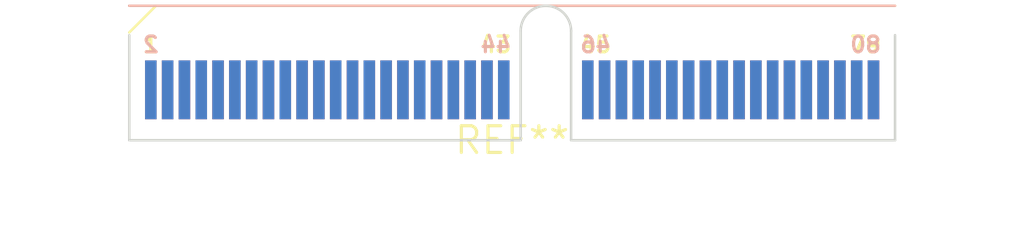
<source format=kicad_pcb>
(kicad_pcb (version 20240108) (generator pcbnew)
  (layers (0 "F.Cu" signal) (31 "B.Cu" signal) (34 "B.Paste" user) (35 "F.Paste" user) (36 "B.SilkS" user "B.Silkscreen") (37 "F.SilkS" user "F.Silkscreen") (38 "B.Mask" user) (39 "F.Mask" user) (44 "Edge.Cuts" user))
  (net 0 "")
  (footprint "Samtec_HSEC8-140-X-X-DV_2x40_P0.8mm_Edge" (layer "F.Cu") (at 0 0)
    (property "Reference" "REF**")
    (property "Value" "Samtec_HSEC8-140-X-X-DV_2x40_P0.8mm_Edge")
    (fp_line (start -18.225 -6.4) (end -18.225 -6.4) (layer "B.SilkS") (stroke (width 0.12)))
    (fp_line (start -18.225 -6.4) (end 18.225 -6.4) (layer "B.SilkS") (stroke (width 0.12)))
    (fp_line (start -18.225 -5.13) (end -16.955 -6.4) (layer "F.SilkS") (stroke (width 0.12)))
    (fp_line (start -16.955 -6.4) (end 18.225 -6.4) (layer "F.SilkS") (stroke (width 0.12)))
    (fp_line (start -18.225 -5) (end -18.225 0) (layer "Edge.Cuts") (stroke (width 0.12)))
    (fp_line (start -18.225 0) (end 0.405 0) (layer "Edge.Cuts") (stroke (width 0.12)))
    (fp_line (start 0.405 0) (end 0.405 -5.2) (layer "Edge.Cuts") (stroke (width 0.12)))
    (fp_line (start 2.805 -5.2) (end 2.805 0) (layer "Edge.Cuts") (stroke (width 0.12)))
    (fp_line (start 2.805 0) (end 18.225 0) (layer "Edge.Cuts") (stroke (width 0.12)))
    (fp_line (start 18.225 0) (end 18.225 -5) (layer "Edge.Cuts") (stroke (width 0.12)))
    (fp_arc (start 0.405 -5.2) (mid 1.605 -6.4) (end 2.805 -5.2) (layer "Edge.Cuts") (stroke (width 0.12)))
    (fp_text user "80" (at 16.825 -4.55 0) (layer "B.SilkS") (effects (font (size 0.75 0.75)) (justify mirror)))
    (fp_text user "2" (at -17.2 -4.55 0) (layer "B.SilkS") (effects (font (size 0.75 0.75)) (justify mirror)))
    (fp_text user "46" (at 3.975 -4.55 0) (layer "B.SilkS") (effects (font (size 0.75 0.75)) (justify mirror)))
    (fp_text user "44" (at -0.775 -4.55 0) (layer "B.SilkS") (effects (font (size 0.75 0.75)) (justify mirror)))
    (fp_text user "79" (at 16.825 -4.55 0) (layer "F.SilkS") (effects (font (size 0.75 0.75))))
    (fp_text user "1" (at -17.2 -4.55 0) (layer "F.SilkS") (effects (font (size 0.75 0.75))))
    (fp_text user "45" (at 3.975 -4.55 0) (layer "F.SilkS") (effects (font (size 0.75 0.75))))
    (fp_text user "43" (at -0.775 -4.55 0) (layer "F.SilkS") (effects (font (size 0.75 0.75))))
    (pad "1" connect rect (at -17.2 -2.4) (size 0.55 2.8) (layers "F.Cu" "F.Mask"))
    (pad "2" connect rect (at -17.2 -2.4) (size 0.55 2.8) (layers "B.Cu" "B.Mask"))
    (pad "3" connect rect (at -16.4 -2.4) (size 0.55 2.8) (layers "F.Cu" "F.Mask"))
    (pad "4" connect rect (at -16.4 -2.4) (size 0.55 2.8) (layers "B.Cu" "B.Mask"))
    (pad "5" connect rect (at -15.6 -2.4) (size 0.55 2.8) (layers "F.Cu" "F.Mask"))
    (pad "6" connect rect (at -15.6 -2.4) (size 0.55 2.8) (layers "B.Cu" "B.Mask"))
    (pad "7" connect rect (at -14.8 -2.4) (size 0.55 2.8) (layers "F.Cu" "F.Mask"))
    (pad "8" connect rect (at -14.8 -2.4) (size 0.55 2.8) (layers "B.Cu" "B.Mask"))
    (pad "9" connect rect (at -14 -2.4) (size 0.55 2.8) (layers "F.Cu" "F.Mask"))
    (pad "10" connect rect (at -14 -2.4) (size 0.55 2.8) (layers "B.Cu" "B.Mask"))
    (pad "11" connect rect (at -13.2 -2.4) (size 0.55 2.8) (layers "F.Cu" "F.Mask"))
    (pad "12" connect rect (at -13.2 -2.4) (size 0.55 2.8) (layers "B.Cu" "B.Mask"))
    (pad "13" connect rect (at -12.4 -2.4) (size 0.55 2.8) (layers "F.Cu" "F.Mask"))
    (pad "14" connect rect (at -12.4 -2.4) (size 0.55 2.8) (layers "B.Cu" "B.Mask"))
    (pad "15" connect rect (at -11.6 -2.4) (size 0.55 2.8) (layers "F.Cu" "F.Mask"))
    (pad "16" connect rect (at -11.6 -2.4) (size 0.55 2.8) (layers "B.Cu" "B.Mask"))
    (pad "17" connect rect (at -10.8 -2.4) (size 0.55 2.8) (layers "F.Cu" "F.Mask"))
    (pad "18" connect rect (at -10.8 -2.4) (size 0.55 2.8) (layers "B.Cu" "B.Mask"))
    (pad "19" connect rect (at -10 -2.4) (size 0.55 2.8) (layers "F.Cu" "F.Mask"))
    (pad "20" connect rect (at -10 -2.4) (size 0.55 2.8) (layers "B.Cu" "B.Mask"))
    (pad "21" connect rect (at -9.2 -2.4) (size 0.55 2.8) (layers "F.Cu" "F.Mask"))
    (pad "22" connect rect (at -9.2 -2.4) (size 0.55 2.8) (layers "B.Cu" "B.Mask"))
    (pad "23" connect rect (at -8.4 -2.4) (size 0.55 2.8) (layers "F.Cu" "F.Mask"))
    (pad "24" connect rect (at -8.4 -2.4) (size 0.55 2.8) (layers "B.Cu" "B.Mask"))
    (pad "25" connect rect (at -7.6 -2.4) (size 0.55 2.8) (layers "F.Cu" "F.Mask"))
    (pad "26" connect rect (at -7.6 -2.4) (size 0.55 2.8) (layers "B.Cu" "B.Mask"))
    (pad "27" connect rect (at -6.8 -2.4) (size 0.55 2.8) (layers "F.Cu" "F.Mask"))
    (pad "28" connect rect (at -6.8 -2.4) (size 0.55 2.8) (layers "B.Cu" "B.Mask"))
    (pad "29" connect rect (at -6 -2.4) (size 0.55 2.8) (layers "F.Cu" "F.Mask"))
    (pad "30" connect rect (at -6 -2.4) (size 0.55 2.8) (layers "B.Cu" "B.Mask"))
    (pad "31" connect rect (at -5.2 -2.4) (size 0.55 2.8) (layers "F.Cu" "F.Mask"))
    (pad "32" connect rect (at -5.2 -2.4) (size 0.55 2.8) (layers "B.Cu" "B.Mask"))
    (pad "33" connect rect (at -4.4 -2.4) (size 0.55 2.8) (layers "F.Cu" "F.Mask"))
    (pad "34" connect rect (at -4.4 -2.4) (size 0.55 2.8) (layers "B.Cu" "B.Mask"))
    (pad "35" connect rect (at -3.6 -2.4) (size 0.55 2.8) (layers "F.Cu" "F.Mask"))
    (pad "36" connect rect (at -3.6 -2.4) (size 0.55 2.8) (layers "B.Cu" "B.Mask"))
    (pad "37" connect rect (at -2.8 -2.4) (size 0.55 2.8) (layers "F.Cu" "F.Mask"))
    (pad "38" connect rect (at -2.8 -2.4) (size 0.55 2.8) (layers "B.Cu" "B.Mask"))
    (pad "39" connect rect (at -2 -2.4) (size 0.55 2.8) (layers "F.Cu" "F.Mask"))
    (pad "40" connect rect (at -2 -2.4) (size 0.55 2.8) (layers "B.Cu" "B.Mask"))
    (pad "41" connect rect (at -1.2 -2.4) (size 0.55 2.8) (layers "F.Cu" "F.Mask"))
    (pad "42" connect rect (at -1.2 -2.4) (size 0.55 2.8) (layers "B.Cu" "B.Mask"))
    (pad "43" connect rect (at -0.4 -2.4) (size 0.55 2.8) (layers "F.Cu" "F.Mask"))
    (pad "44" connect rect (at -0.4 -2.4) (size 0.55 2.8) (layers "B.Cu" "B.Mask"))
    (pad "45" connect rect (at 3.6 -2.4) (size 0.55 2.8) (layers "F.Cu" "F.Mask"))
    (pad "46" connect rect (at 3.6 -2.4) (size 0.55 2.8) (layers "B.Cu" "B.Mask"))
    (pad "47" connect rect (at 4.4 -2.4) (size 0.55 2.8) (layers "F.Cu" "F.Mask"))
    (pad "48" connect rect (at 4.4 -2.4) (size 0.55 2.8) (layers "B.Cu" "B.Mask"))
    (pad "49" connect rect (at 5.2 -2.4) (size 0.55 2.8) (layers "F.Cu" "F.Mask"))
    (pad "50" connect rect (at 5.2 -2.4) (size 0.55 2.8) (layers "B.Cu" "B.Mask"))
    (pad "51" connect rect (at 6 -2.4) (size 0.55 2.8) (layers "F.Cu" "F.Mask"))
    (pad "52" connect rect (at 6 -2.4) (size 0.55 2.8) (layers "B.Cu" "B.Mask"))
    (pad "53" connect rect (at 6.8 -2.4) (size 0.55 2.8) (layers "F.Cu" "F.Mask"))
    (pad "54" connect rect (at 6.8 -2.4) (size 0.55 2.8) (layers "B.Cu" "B.Mask"))
    (pad "55" connect rect (at 7.6 -2.4) (size 0.55 2.8) (layers "F.Cu" "F.Mask"))
    (pad "56" connect rect (at 7.6 -2.4) (size 0.55 2.8) (layers "B.Cu" "B.Mask"))
    (pad "57" connect rect (at 8.4 -2.4) (size 0.55 2.8) (layers "F.Cu" "F.Mask"))
    (pad "58" connect rect (at 8.4 -2.4) (size 0.55 2.8) (layers "B.Cu" "B.Mask"))
    (pad "59" connect rect (at 9.2 -2.4) (size 0.55 2.8) (layers "F.Cu" "F.Mask"))
    (pad "60" connect rect (at 9.2 -2.4) (size 0.55 2.8) (layers "B.Cu" "B.Mask"))
    (pad "61" connect rect (at 10 -2.4) (size 0.55 2.8) (layers "F.Cu" "F.Mask"))
    (pad "62" connect rect (at 10 -2.4) (size 0.55 2.8) (layers "B.Cu" "B.Mask"))
    (pad "63" connect rect (at 10.8 -2.4) (size 0.55 2.8) (layers "F.Cu" "F.Mask"))
    (pad "64" connect rect (at 10.8 -2.4) (size 0.55 2.8) (layers "B.Cu" "B.Mask"))
    (pad "65" connect rect (at 11.6 -2.4) (size 0.55 2.8) (layers "F.Cu" "F.Mask"))
    (pad "66" connect rect (at 11.6 -2.4) (size 0.55 2.8) (layers "B.Cu" "B.Mask"))
    (pad "67" connect rect (at 12.4 -2.4) (size 0.55 2.8) (layers "F.Cu" "F.Mask"))
    (pad "68" connect rect (at 12.4 -2.4) (size 0.55 2.8) (layers "B.Cu" "B.Mask"))
    (pad "69" connect rect (at 13.2 -2.4) (size 0.55 2.8) (layers "F.Cu" "F.Mask"))
    (pad "70" connect rect (at 13.2 -2.4) (size 0.55 2.8) (layers "B.Cu" "B.Mask"))
    (pad "71" connect rect (at 14 -2.4) (size 0.55 2.8) (layers "F.Cu" "F.Mask"))
    (pad "72" connect rect (at 14 -2.4) (size 0.55 2.8) (layers "B.Cu" "B.Mask"))
    (pad "73" connect rect (at 14.8 -2.4) (size 0.55 2.8) (layers "F.Cu" "F.Mask"))
    (pad "74" connect rect (at 14.8 -2.4) (size 0.55 2.8) (layers "B.Cu" "B.Mask"))
    (pad "75" connect rect (at 15.6 -2.4) (size 0.55 2.8) (layers "F.Cu" "F.Mask"))
    (pad "76" connect rect (at 15.6 -2.4) (size 0.55 2.8) (layers "B.Cu" "B.Mask"))
    (pad "77" connect rect (at 16.4 -2.4) (size 0.55 2.8) (layers "F.Cu" "F.Mask"))
    (pad "78" connect rect (at 16.4 -2.4) (size 0.55 2.8) (layers "B.Cu" "B.Mask"))
    (pad "79" connect rect (at 17.2 -2.4) (size 0.55 2.8) (layers "F.Cu" "F.Mask"))
    (pad "80" connect rect (at 17.2 -2.4) (size 0.55 2.8) (layers "B.Cu" "B.Mask"))
  )
)
</source>
